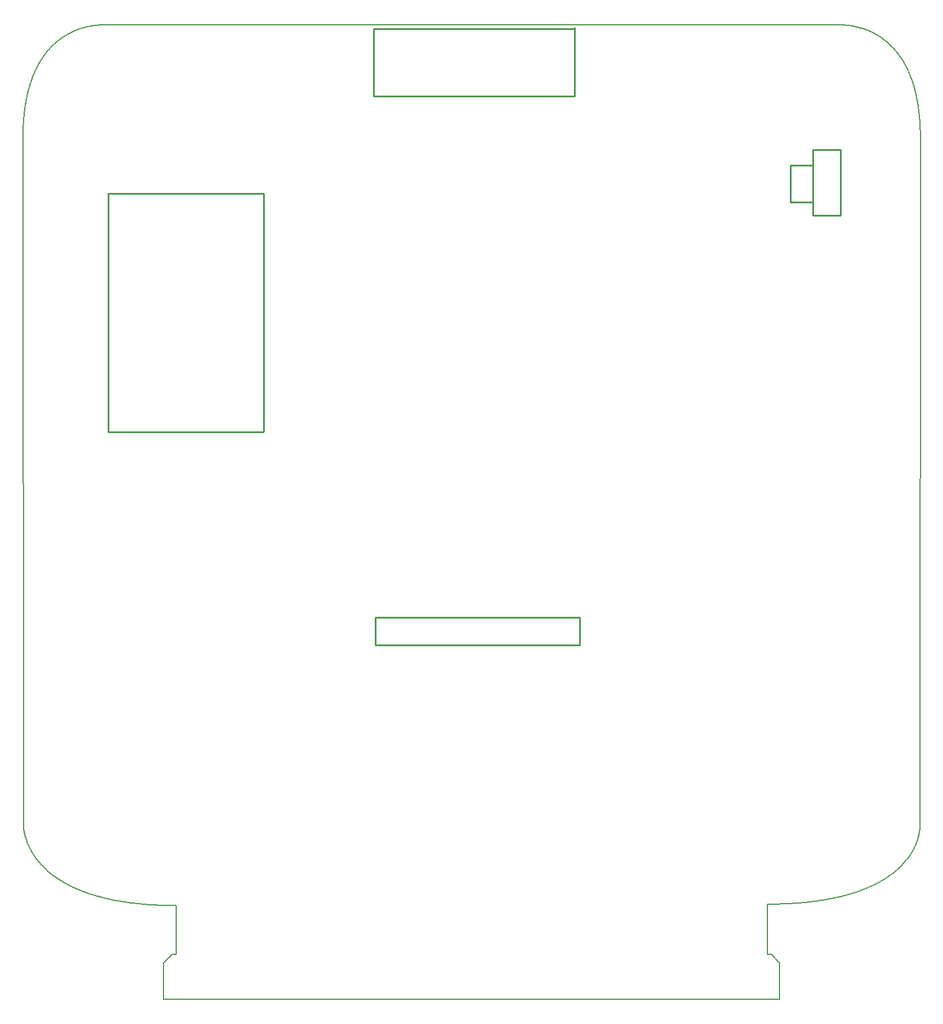
<source format=gko>
G04 Layer_Color=16720538*
%FSLAX25Y25*%
%MOIN*%
G70*
G01*
G75*
%ADD10C,0.00600*%
%ADD14C,0.01000*%
D10*
X106650Y183056D02*
G03*
X107075Y182445I34781J23749D01*
G01*
X106243Y183663D02*
G03*
X106650Y183056I34813J22885D01*
G01*
X105441Y184933D02*
G03*
X105854Y184267I34887J21147D01*
G01*
X105050Y185592D02*
G03*
X105441Y184933I34905J20261D01*
G01*
X104679Y186245D02*
G03*
X105050Y185592I34915J19398D01*
G01*
X104294Y186955D02*
G03*
X104679Y186245I34930J18483D01*
G01*
X103932Y187656D02*
G03*
X104294Y186955I34913J17581D01*
G01*
X103593Y188347D02*
G03*
X103932Y187656I34878J16702D01*
G01*
X103275Y189028D02*
G03*
X103593Y188347I34823J15843D01*
G01*
X102979Y189696D02*
G03*
X103275Y189028I34743J15003D01*
G01*
X100300Y200724D02*
G03*
X100300Y200719I4792J-1D01*
G01*
X604823Y649701D02*
G03*
X604287Y650308I-33327J-28900D01*
G01*
D02*
G03*
X603678Y650970I-32428J-29179D01*
G01*
Y650970D02*
G03*
X603065Y651611I-31478J-29522D01*
G01*
X603065Y651611D02*
G03*
X602377Y652299I-30550J-29855D01*
G01*
D02*
G03*
X601545Y653090I-29553J-30226D01*
G01*
X601545D02*
G03*
X600566Y653969I-28424J-30696D01*
G01*
X600566D02*
G03*
X591953Y659725I-26860J-30871D01*
G01*
X591953Y659725D02*
G03*
X589987Y660641I-18469J-37066D01*
G01*
X589987D02*
G03*
X588261Y661346I-16676J-38381D01*
G01*
D02*
G03*
X586573Y661951I-15105J-39492D01*
G01*
Y661951D02*
G03*
X580100Y663570I-13651J-40830D01*
G01*
X580100D02*
G03*
X579015Y663739I-7126J-42127D01*
G01*
X141342Y663842D02*
G03*
X140550Y663735I5352J-42464D01*
G01*
Y663735D02*
G03*
X136394Y662923I6245J-43019D01*
G01*
Y662923D02*
G03*
X134140Y662303I10346J-41996D01*
G01*
X134140D02*
G03*
X132466Y661755I12468J-40940D01*
G01*
X132466D02*
G03*
X130887Y661167I13998J-39979D01*
G01*
Y661167D02*
G03*
X129209Y660461I15415J-38984D01*
G01*
X129209D02*
G03*
X120326Y655057I16716J-37480D01*
G01*
X120326D02*
G03*
X118977Y653933I25868J-32414D01*
G01*
D02*
G03*
X117993Y653049I27496J-31611D01*
G01*
D02*
G03*
X117156Y652252I28776J-31047D01*
G01*
X117156D02*
G03*
X116465Y651560I29922J-30566D01*
G01*
D02*
G03*
X115849Y650915I30927J-30181D01*
G01*
D02*
G03*
X115305Y650324I31865J-29836D01*
G01*
X115305Y650324D02*
G03*
X114766Y649715I32748J-29551D01*
G01*
X186304Y126226D02*
X188613D01*
Y154467D01*
X187813Y154468D02*
X188613Y154467D01*
X187019Y154472D02*
X187813Y154468D01*
X186229Y154478D02*
X187019Y154472D01*
X185444Y154487D02*
X186229Y154478D01*
X184664Y154498D02*
X185444Y154487D01*
X183889Y154511D02*
X184664Y154498D01*
X183118Y154527D02*
X183889Y154511D01*
X182352Y154545D02*
X183118Y154527D01*
X181591Y154566D02*
X182352Y154545D01*
X180835Y154589D02*
X181591Y154566D01*
X180083Y154615D02*
X180835Y154589D01*
X179336Y154642D02*
X180083Y154615D01*
X178594Y154673D02*
X179336Y154642D01*
X177856Y154705D02*
X178594Y154673D01*
X177123Y154739D02*
X177856Y154705D01*
X176395Y154777D02*
X177123Y154739D01*
X175671Y154816D02*
X176395Y154777D01*
X174952Y154857D02*
X175671Y154816D01*
X174237Y154901D02*
X174952Y154857D01*
X173527Y154947D02*
X174237Y154901D01*
X172822Y154995D02*
X173527Y154947D01*
X172121Y155045D02*
X172822Y154995D01*
X171425Y155097D02*
X172121Y155045D01*
X170733Y155152D02*
X171425Y155097D01*
X170045Y155209D02*
X170733Y155152D01*
X169363Y155268D02*
X170045Y155209D01*
X168684Y155329D02*
X169363Y155268D01*
X168010Y155392D02*
X168684Y155329D01*
X167341Y155457D02*
X168010Y155392D01*
X166676Y155524D02*
X167341Y155457D01*
X166015Y155594D02*
X166676Y155524D01*
X165359Y155665D02*
X166015Y155594D01*
X164707Y155738D02*
X165359Y155665D01*
X164059Y155814D02*
X164707Y155738D01*
X163416Y155891D02*
X164059Y155814D01*
X162778Y155970D02*
X163416Y155891D01*
X160887Y156220D02*
X161513Y156134D01*
X160266Y156307D02*
X160887Y156220D01*
X159648Y156396D02*
X160266Y156307D01*
X159035Y156486D02*
X159648Y156396D01*
X158426Y156579D02*
X159035Y156486D01*
X157822Y156674D02*
X158426Y156579D01*
X157221Y156770D02*
X157822Y156674D01*
X156625Y156868D02*
X157221Y156770D01*
X156033Y156968D02*
X156625Y156868D01*
X155445Y157070D02*
X156033Y156968D01*
X154861Y157174D02*
X155445Y157070D01*
X154282Y157279D02*
X154861Y157174D01*
X153706Y157386D02*
X154282Y157279D01*
X153135Y157495D02*
X153706Y157386D01*
X152568Y157606D02*
X153135Y157495D01*
X152005Y157718D02*
X152568Y157606D01*
X151445Y157832D02*
X152005Y157718D01*
X150890Y157948D02*
X151445Y157832D01*
X150339Y158065D02*
X150890Y157948D01*
X149792Y158184D02*
X150339Y158065D01*
X149249Y158305D02*
X149792Y158184D01*
X148710Y158427D02*
X149249Y158305D01*
X148175Y158551D02*
X148710Y158427D01*
X147644Y158676D02*
X148175Y158551D01*
X147117Y158803D02*
X147644Y158676D01*
X146593Y158931D02*
X147117Y158803D01*
X146074Y159062D02*
X146593Y158931D01*
X145559Y159193D02*
X146074Y159062D01*
X145047Y159326D02*
X145559Y159193D01*
X144539Y159461D02*
X145047Y159326D01*
X144035Y159597D02*
X144539Y159461D01*
X143535Y159734D02*
X144035Y159597D01*
X143039Y159873D02*
X143535Y159734D01*
X142547Y160014D02*
X143039Y159873D01*
X142058Y160155D02*
X142547Y160014D01*
X141574Y160299D02*
X142058Y160155D01*
X141093Y160443D02*
X141574Y160299D01*
X162143Y156051D02*
X162778Y155970D01*
X161513Y156134D02*
X162143Y156051D01*
X181443Y100300D02*
X538094D01*
X530975Y126204D02*
Y155279D01*
Y126204D02*
X533283D01*
X538144Y121136D01*
X530974Y155279D02*
X531774Y155280D01*
X532568Y155284D01*
X533358Y155290D01*
X534143Y155298D01*
X534923Y155309D01*
X535699Y155322D01*
X536469Y155337D01*
X537235Y155355D01*
X537996Y155375D01*
X538753Y155397D01*
X539504Y155421D01*
X540251Y155448D01*
X540994Y155477D01*
X541731Y155508D01*
X542464Y155541D01*
X543193Y155577D01*
X543916Y155615D01*
X544636Y155655D01*
X545350Y155696D01*
X546060Y155741D01*
X546766Y155787D01*
X547467Y155835D01*
X548163Y155886D01*
X548855Y155938D01*
X549542Y155993D01*
X550225Y156050D01*
X550903Y156108D01*
X551577Y156169D01*
X552247Y156232D01*
X552912Y156296D01*
X553572Y156363D01*
X554229Y156431D01*
X554881Y156502D01*
X555528Y156574D01*
X556171Y156649D01*
X556810Y156725D01*
X557444Y156803D01*
X558075Y156883D01*
X558701Y156965D01*
X181443Y100300D02*
Y121133D01*
X186304Y126226D01*
X538144Y100300D02*
Y121136D01*
X558701Y156965D02*
X559322Y157049D01*
X559939Y157135D01*
X560553Y157222D01*
X561161Y157311D01*
X561766Y157402D01*
X562366Y157495D01*
X562963Y157589D01*
X563555Y157685D01*
X564143Y157783D01*
X564726Y157883D01*
X565306Y157984D01*
X565881Y158088D01*
X566453Y158192D01*
X567020Y158299D01*
X567583Y158407D01*
X568142Y158516D01*
X568698Y158628D01*
X569249Y158740D01*
X569796Y158855D01*
X570339Y158971D01*
X570878Y159089D01*
X571413Y159207D01*
X571944Y159328D01*
X572471Y159450D01*
X572995Y159574D01*
X573514Y159699D01*
X574029Y159826D01*
X574541Y159954D01*
X575049Y160083D01*
X575553Y160214D01*
X576053Y160346D01*
X576549Y160480D01*
X577041Y160615D01*
X577530Y160751D01*
X578015Y160889D01*
X578496Y161028D01*
X578973Y161169D01*
X579446Y161311D01*
X579916Y161454D01*
X580382Y161598D01*
X580845Y161744D01*
X581303Y161890D01*
X581758Y162039D01*
X582210Y162188D01*
X582658Y162338D01*
X583102Y162490D01*
X583542Y162643D01*
X583980Y162797D01*
X584413Y162952D01*
X584843Y163109D01*
X585269Y163266D01*
X585692Y163425D01*
X586111Y163584D01*
X586527Y163745D01*
X586939Y163907D01*
X587348Y164070D01*
X587753Y164233D01*
X588155Y164398D01*
X588554Y164564D01*
X588949Y164731D01*
X589340Y164899D01*
X589728Y165068D01*
X590113Y165238D01*
X590495Y165408D01*
X590873Y165580D01*
X591248Y165752D01*
X591620Y165926D01*
X591988Y166100D01*
X592353Y166275D01*
X592715Y166451D01*
X593073Y166628D01*
X593428Y166806D01*
X593897Y167044D01*
X594360Y167283D01*
X594817Y167524D01*
X595269Y167767D01*
X595715Y168010D01*
X596155Y168255D01*
X596590Y168501D01*
X597020Y168748D01*
X597444Y168996D01*
X597862Y169246D01*
X598276Y169496D01*
X598684Y169748D01*
X599086Y170000D01*
X599483Y170254D01*
X599875Y170509D01*
X600262Y170764D01*
X600644Y171020D01*
X601021Y171277D01*
X601392Y171535D01*
X601758Y171794D01*
X602120Y172054D01*
X602476Y172314D01*
X602828Y172575D01*
X603174Y172836D01*
X603515Y173098D01*
X603852Y173361D01*
X604184Y173624D01*
X604592Y173954D01*
X604993Y174285D01*
X605386Y174616D01*
X605772Y174948D01*
X606151Y175280D01*
X606523Y175612D01*
X606887Y175945D01*
X607245Y176279D01*
X607596Y176613D01*
X607939Y176946D01*
X608277Y177280D01*
X608607Y177614D01*
X608994Y178015D01*
X609372Y178416D01*
X609741Y178816D01*
X610101Y179216D01*
X610451Y179616D01*
X610792Y180015D01*
X611124Y180413D01*
X611501Y180877D01*
X611866Y181339D01*
X612219Y181800D01*
X612561Y182259D01*
X612892Y182716D01*
X613257Y183236D01*
X613607Y183753D01*
X613943Y184267D01*
X614266Y184778D01*
X614614Y185347D01*
X614945Y185912D01*
X615260Y186471D01*
X615560Y187024D01*
X615844Y187571D01*
X616114Y188111D01*
X616369Y188644D01*
X616610Y189169D01*
X616837Y189687D01*
X617051Y190196D01*
X617252Y190697D01*
X617421Y191134D01*
X617580Y191564D01*
X617730Y191987D01*
X617870Y192401D01*
X617986Y192757D01*
X618095Y193106D01*
X618199Y193449D01*
X618282Y193737D01*
X618361Y194020D01*
X618436Y194298D01*
X618507Y194571D01*
X618563Y194793D01*
X618616Y195012D01*
X618667Y195227D01*
X618714Y195438D01*
X618760Y195645D01*
X618794Y195808D01*
X618827Y195967D01*
X618859Y196124D01*
X618889Y196279D01*
X618918Y196430D01*
X618945Y196579D01*
X618971Y196725D01*
X618989Y196832D01*
X619007Y196938D01*
X619024Y197042D01*
X619040Y197145D01*
X619056Y197246D01*
X619071Y197345D01*
X619085Y197442D01*
X619099Y197538D01*
X619112Y197632D01*
X619125Y197724D01*
X619136Y197814D01*
X619148Y197903D01*
X619155Y197961D01*
X619162Y198018D01*
X619169Y198074D01*
X619175Y198130D01*
X619181Y198185D01*
X619187Y198239D01*
X619193Y198292D01*
X619199Y198344D01*
X619204Y198396D01*
X619209Y198446D01*
X619214Y198496D01*
X619219Y198545D01*
X619223Y198593D01*
X619228Y198641D01*
X619232Y198687D01*
X619236Y198732D01*
X619239Y198777D01*
X619243Y198821D01*
X619246Y198864D01*
X619249Y198906D01*
X619253Y198947D01*
X619255Y198987D01*
X619258Y199026D01*
X619261Y199065D01*
X619262Y199084D01*
X619263Y199102D01*
X619264Y199121D01*
X619266Y199139D01*
X619267Y199157D01*
X619268Y199175D01*
X619269Y199192D01*
X619270Y199209D01*
X619271Y199227D01*
X619272Y199243D01*
X619273Y199260D01*
X619273Y199276D01*
X619274Y199293D01*
X619275Y199308D01*
X619276Y199324D01*
X619277Y199339D01*
X619277Y199355D01*
X619278Y199370D01*
X619278Y199384D01*
X619279Y199399D01*
X619280Y199413D01*
X619280Y199427D01*
X619281Y199441D01*
X619281Y199454D01*
X619282Y199468D01*
X619282Y199481D01*
X619283Y199494D01*
X619283Y199506D01*
X619284Y199518D01*
X619284Y199530D01*
X619284Y199542D01*
X619285Y199554D01*
X619285Y199565D01*
X619285Y199576D01*
X619286Y199587D01*
X619286Y199598D01*
X619286Y199608D01*
X619286Y199618D01*
X619287Y199628D01*
X619287Y199638D01*
X619287Y199647D01*
X619287Y199656D01*
X619287Y199665D01*
X619288Y199674D01*
X619288Y199682D01*
X619288Y199691D01*
X619288Y199699D01*
X619288Y199706D01*
X619288Y199714D01*
X619288Y199721D01*
X619288Y199728D01*
X619288Y199734D01*
X619288Y199741D01*
X619288Y199747D01*
X619288Y199753D01*
X619288Y199758D01*
X619288Y199764D01*
X619289Y199769D01*
X619289Y199774D01*
Y199778D01*
Y199783D01*
X619289Y199787D02*
X619289Y199783D01*
X619288Y199791D02*
X619289Y199787D01*
X619288Y199794D02*
X619288Y199791D01*
X619288Y199797D02*
X619288Y199794D01*
X619288Y199800D02*
X619288Y199797D01*
X619288Y199803D02*
X619288Y199800D01*
X619288Y199806D02*
X619288Y199803D01*
X619288Y199808D02*
X619288Y199806D01*
X619288Y199810D02*
X619288Y199808D01*
X619288Y199812D02*
X619288Y199810D01*
X619288Y199813D02*
X619288Y199812D01*
X619288Y199814D02*
X619288Y199813D01*
X619288Y199815D02*
X619288Y199814D01*
X619288Y199816D02*
X619288Y199815D01*
X619288Y199816D02*
X619288Y199816D01*
X111581Y177060D02*
X111993Y176643D01*
X111179Y177476D02*
X111581Y177060D01*
X110787Y177893D02*
X111179Y177476D01*
X110404Y178310D02*
X110787Y177893D01*
X109969Y178795D02*
X110404Y178310D01*
X109547Y179281D02*
X109969Y178795D01*
X109138Y179765D02*
X109547Y179281D01*
X108740Y180249D02*
X109138Y179765D01*
X108301Y180801D02*
X108740Y180249D01*
X107877Y181351D02*
X108301Y180801D01*
X107469Y181899D02*
X107877Y181351D01*
X107075Y182445D02*
X107469Y181899D01*
X105854Y184267D02*
X106243Y183663D01*
X102727Y190294D02*
X102979Y189696D01*
X102492Y190880D02*
X102727Y190294D01*
X102272Y191456D02*
X102492Y190880D01*
X102087Y191963D02*
X102272Y191456D01*
X101914Y192461D02*
X102087Y191963D01*
X101770Y192895D02*
X101914Y192461D01*
X101635Y193321D02*
X101770Y192895D01*
X101508Y193737D02*
X101635Y193321D01*
X101404Y194094D02*
X101508Y193737D01*
X101306Y194444D02*
X101404Y194094D01*
X101227Y194739D02*
X101306Y194444D01*
X101152Y195027D02*
X101227Y194739D01*
X101082Y195311D02*
X101152Y195027D01*
X101015Y195588D02*
X101082Y195311D01*
X100962Y195815D02*
X101015Y195588D01*
X100912Y196038D02*
X100962Y195815D01*
X100865Y196256D02*
X100912Y196038D01*
X100820Y196470D02*
X100865Y196256D01*
X100786Y196638D02*
X100820Y196470D01*
X100753Y196804D02*
X100786Y196638D01*
X100722Y196966D02*
X100753Y196804D01*
X100692Y197126D02*
X100722Y196966D01*
X100664Y197283D02*
X100692Y197126D01*
X100637Y197437D02*
X100664Y197283D01*
X100612Y197588D02*
X100637Y197437D01*
X100593Y197699D02*
X100612Y197588D01*
X100576Y197808D02*
X100593Y197699D01*
X100559Y197916D02*
X100576Y197808D01*
X100543Y198022D02*
X100559Y197916D01*
X100527Y198126D02*
X100543Y198022D01*
X100513Y198228D02*
X100527Y198126D01*
X100498Y198329D02*
X100513Y198228D01*
X100485Y198428D02*
X100498Y198329D01*
X100472Y198525D02*
X100485Y198428D01*
X100460Y198620D02*
X100472Y198525D01*
X100448Y198713D02*
X100460Y198620D01*
X100437Y198805D02*
X100448Y198713D01*
X100430Y198865D02*
X100437Y198805D01*
X100423Y198924D02*
X100430Y198865D01*
X100417Y198982D02*
X100423Y198924D01*
X100410Y199039D02*
X100417Y198982D01*
X100404Y199096D02*
X100410Y199039D01*
X100398Y199152D02*
X100404Y199096D01*
X100393Y199206D02*
X100398Y199152D01*
X100387Y199260D02*
X100393Y199206D01*
X100382Y199314D02*
X100387Y199260D01*
X100377Y199366D02*
X100382Y199314D01*
X100372Y199417D02*
X100377Y199366D01*
X100367Y199468D02*
X100372Y199417D01*
X100363Y199517D02*
X100367Y199468D01*
X100359Y199566D02*
X100363Y199517D01*
X100355Y199614D02*
X100359Y199566D01*
X100351Y199660D02*
X100355Y199614D01*
X100347Y199706D02*
X100351Y199660D01*
X100344Y199751D02*
X100347Y199706D01*
X100341Y199796D02*
X100344Y199751D01*
X100338Y199839D02*
X100341Y199796D01*
X100335Y199881D02*
X100338Y199839D01*
X100332Y199922D02*
X100335Y199881D01*
X100329Y199963D02*
X100332Y199922D01*
X100327Y200002D02*
X100329Y199963D01*
X100325Y200022D02*
X100327Y200002D01*
X100324Y200041D02*
X100325Y200022D01*
X100323Y200060D02*
X100324Y200041D01*
X100322Y200078D02*
X100323Y200060D01*
X100321Y200097D02*
X100322Y200078D01*
X100320Y200115D02*
X100321Y200097D01*
X100319Y200133D02*
X100320Y200115D01*
X100318Y200151D02*
X100319Y200133D01*
X100317Y200168D02*
X100318Y200151D01*
X100316Y200185D02*
X100317Y200168D01*
X100315Y200202D02*
X100316Y200185D01*
X100314Y200219D02*
X100315Y200202D01*
X100314Y200236D02*
X100314Y200219D01*
X100313Y200252D02*
X100314Y200236D01*
X100312Y200268D02*
X100313Y200252D01*
X100311Y200284D02*
X100312Y200268D01*
X100311Y200299D02*
X100311Y200284D01*
X100310Y200315D02*
X100311Y200299D01*
X100309Y200330D02*
X100310Y200315D01*
X100309Y200345D02*
X100309Y200330D01*
X100308Y200359D02*
X100309Y200345D01*
X100308Y200374D02*
X100308Y200359D01*
X100307Y200388D02*
X100308Y200374D01*
X100307Y200401D02*
X100307Y200388D01*
X100306Y200415D02*
X100307Y200401D01*
X100306Y200428D02*
X100306Y200415D01*
X100305Y200441D02*
X100306Y200428D01*
X100305Y200454D02*
X100305Y200441D01*
X100304Y200467D02*
X100305Y200454D01*
X100304Y200479D02*
X100304Y200467D01*
X100304Y200491D02*
X100304Y200479D01*
X100303Y200503D02*
X100304Y200491D01*
X100303Y200515D02*
X100303Y200503D01*
X100303Y200526D02*
X100303Y200515D01*
X100303Y200537D02*
X100303Y200526D01*
X100302Y200548D02*
X100303Y200537D01*
X100302Y200558D02*
X100302Y200548D01*
X100302Y200568D02*
X100302Y200558D01*
X100302Y200578D02*
X100302Y200568D01*
X100301Y200588D02*
X100302Y200578D01*
X100301Y200598D02*
X100301Y200588D01*
X100301Y200607D02*
X100301Y200598D01*
X100301Y200616D02*
X100301Y200607D01*
X100301Y200625D02*
X100301Y200616D01*
X100301Y200633D02*
X100301Y200625D01*
X100301Y200641D02*
X100301Y200633D01*
X100301Y200649D02*
X100301Y200641D01*
X100300Y200657D02*
X100301Y200649D01*
X100300Y200664D02*
X100300Y200657D01*
X100300Y200672D02*
X100300Y200664D01*
X100300Y200678D02*
X100300Y200672D01*
X100300Y200685D02*
X100300Y200678D01*
X100300Y200692D02*
X100300Y200685D01*
X100300Y200698D02*
X100300Y200692D01*
X100300Y200704D02*
X100300Y200698D01*
X100300Y200709D02*
X100300Y200704D01*
X100300Y200714D02*
X100300Y200709D01*
X100300Y200719D02*
X100300Y200714D01*
X100300Y200724D02*
Y200729D01*
X100300Y200733D01*
X100300Y200737D01*
X100300Y200741D01*
X100300Y200744D01*
X100300Y200747D01*
X100300Y200750D01*
X100300Y200753D01*
X100300Y200755D01*
X100300Y200757D01*
X100300Y200759D01*
X100300Y200760D01*
X100300Y200762D01*
X100300Y200763D01*
X100300Y200763D01*
X100300Y200764D01*
X140615Y160589D02*
X141093Y160443D01*
X140142Y160737D02*
X140615Y160589D01*
X139672Y160885D02*
X140142Y160737D01*
X139206Y161036D02*
X139672Y160885D01*
X138743Y161187D02*
X139206Y161036D01*
X138285Y161339D02*
X138743Y161187D01*
X137829Y161493D02*
X138285Y161339D01*
X137378Y161649D02*
X137829Y161493D01*
X136930Y161805D02*
X137378Y161649D01*
X136486Y161963D02*
X136930Y161805D01*
X136046Y162122D02*
X136486Y161963D01*
X135608Y162282D02*
X136046Y162122D01*
X135175Y162443D02*
X135608Y162282D01*
X134745Y162606D02*
X135175Y162443D01*
X134319Y162769D02*
X134745Y162606D01*
X133896Y162934D02*
X134319Y162769D01*
X133477Y163100D02*
X133896Y162934D01*
X133061Y163267D02*
X133477Y163100D01*
X132649Y163435D02*
X133061Y163267D01*
X132240Y163605D02*
X132649Y163435D01*
X131835Y163775D02*
X132240Y163605D01*
X131433Y163946D02*
X131835Y163775D01*
X131035Y164119D02*
X131433Y163946D01*
X130640Y164292D02*
X131035Y164119D01*
X130248Y164467D02*
X130640Y164292D01*
X129860Y164642D02*
X130248Y164467D01*
X129475Y164819D02*
X129860Y164642D01*
X129093Y164996D02*
X129475Y164819D01*
X128590Y165234D02*
X129093Y164996D01*
X128092Y165474D02*
X128590Y165234D01*
X127600Y165716D02*
X128092Y165474D01*
X127114Y165958D02*
X127600Y165716D01*
X126634Y166203D02*
X127114Y165958D01*
X126160Y166449D02*
X126634Y166203D01*
X125691Y166697D02*
X126160Y166449D01*
X125228Y166946D02*
X125691Y166697D01*
X124771Y167196D02*
X125228Y166946D01*
X124320Y167448D02*
X124771Y167196D01*
X123873Y167701D02*
X124320Y167448D01*
X123433Y167955D02*
X123873Y167701D01*
X122998Y168211D02*
X123433Y167955D01*
X122569Y168468D02*
X122998Y168211D01*
X122144Y168726D02*
X122569Y168468D01*
X121726Y168985D02*
X122144Y168726D01*
X121313Y169246D02*
X121726Y168985D01*
X120905Y169507D02*
X121313Y169246D01*
X120502Y169770D02*
X120905Y169507D01*
X120105Y170033D02*
X120502Y169770D01*
X119713Y170298D02*
X120105Y170033D01*
X119326Y170564D02*
X119713Y170298D01*
X118944Y170830D02*
X119326Y170564D01*
X118568Y171097D02*
X118944Y170830D01*
X118196Y171365D02*
X118568Y171097D01*
X117830Y171634D02*
X118196Y171365D01*
X117379Y171972D02*
X117830Y171634D01*
X116936Y172310D02*
X117379Y171972D01*
X116500Y172650D02*
X116936Y172310D01*
X116073Y172990D02*
X116500Y172650D01*
X115653Y173332D02*
X116073Y172990D01*
X115240Y173674D02*
X115653Y173332D01*
X114835Y174017D02*
X115240Y173674D01*
X114437Y174361D02*
X114835Y174017D01*
X114047Y174705D02*
X114437Y174361D01*
X113664Y175050D02*
X114047Y174705D01*
X113288Y175396D02*
X113664Y175050D01*
X112846Y175811D02*
X113288Y175396D01*
X112414Y176227D02*
X112846Y175811D01*
X111993Y176643D02*
X112414Y176227D01*
X99976Y599546D02*
X100300Y200820D01*
X619288Y199816D02*
X619575Y599949D01*
X148000Y664096D02*
X571882D01*
X619569Y600568D02*
X619575Y599949D01*
X619560Y601183D02*
X619569Y600568D01*
X619549Y601793D02*
X619560Y601183D01*
X619534Y602400D02*
X619549Y601793D01*
X619518Y603003D02*
X619534Y602400D01*
X619499Y603602D02*
X619518Y603003D01*
X619478Y604197D02*
X619499Y603602D01*
X619454Y604788D02*
X619478Y604197D01*
X619428Y605375D02*
X619454Y604788D01*
X619399Y605958D02*
X619428Y605375D01*
X619368Y606538D02*
X619399Y605958D01*
X619335Y607113D02*
X619368Y606538D01*
X619299Y607685D02*
X619335Y607113D01*
X619261Y608253D02*
X619299Y607685D01*
X619221Y608817D02*
X619261Y608253D01*
X619178Y609377D02*
X619221Y608817D01*
X619133Y609934D02*
X619178Y609377D01*
X619086Y610487D02*
X619133Y609934D01*
X619036Y611036D02*
X619086Y610487D01*
X618984Y611581D02*
X619036Y611036D01*
X618930Y612123D02*
X618984Y611581D01*
X618874Y612661D02*
X618930Y612123D01*
X618816Y613195D02*
X618874Y612661D01*
X618755Y613725D02*
X618816Y613195D01*
X618692Y614252D02*
X618755Y613725D01*
X618627Y614775D02*
X618692Y614252D01*
X618560Y615294D02*
X618627Y614775D01*
X618491Y615810D02*
X618560Y615294D01*
X618419Y616322D02*
X618491Y615810D01*
X618346Y616831D02*
X618419Y616322D01*
X618270Y617336D02*
X618346Y616831D01*
X618193Y617837D02*
X618270Y617336D01*
X618113Y618335D02*
X618193Y617837D01*
X618032Y618829D02*
X618113Y618335D01*
X617948Y619320D02*
X618032Y618829D01*
X617862Y619807D02*
X617948Y619320D01*
X617774Y620291D02*
X617862Y619807D01*
X617685Y620771D02*
X617774Y620291D01*
X617593Y621247D02*
X617685Y620771D01*
X617499Y621720D02*
X617593Y621247D01*
X617404Y622190D02*
X617499Y621720D01*
X617307Y622656D02*
X617404Y622190D01*
X617207Y623119D02*
X617307Y622656D01*
X617106Y623578D02*
X617207Y623119D01*
X617003Y624034D02*
X617106Y623578D01*
X616898Y624486D02*
X617003Y624034D01*
X616791Y624935D02*
X616898Y624486D01*
X616683Y625381D02*
X616791Y624935D01*
X616572Y625823D02*
X616683Y625381D01*
X616460Y626262D02*
X616572Y625823D01*
X616346Y626697D02*
X616460Y626262D01*
X616230Y627130D02*
X616346Y626697D01*
X616113Y627559D02*
X616230Y627130D01*
X615994Y627984D02*
X616113Y627559D01*
X615873Y628406D02*
X615994Y627984D01*
X615751Y628826D02*
X615873Y628406D01*
X615626Y629241D02*
X615751Y628826D01*
X615500Y629654D02*
X615626Y629241D01*
X615244Y630469D02*
X615373Y630063D01*
X615113Y630872D02*
X615244Y630469D01*
X614981Y631271D02*
X615113Y630872D01*
X614847Y631668D02*
X614981Y631271D01*
X614711Y632061D02*
X614847Y631668D01*
X614574Y632451D02*
X614711Y632061D01*
X614435Y632837D02*
X614574Y632451D01*
X614295Y633221D02*
X614435Y632837D01*
X614153Y633602D02*
X614295Y633221D01*
X614010Y633979D02*
X614153Y633602D01*
X613817Y634478D02*
X614010Y633979D01*
X613621Y634971D02*
X613817Y634478D01*
X613423Y635458D02*
X613621Y634971D01*
X613222Y635940D02*
X613423Y635458D01*
X613019Y636417D02*
X613222Y635940D01*
X612813Y636888D02*
X613019Y636417D01*
X612605Y637354D02*
X612813Y636888D01*
X612181Y638270D02*
X612394Y637814D01*
X611966Y638720D02*
X612181Y638270D01*
X611748Y639165D02*
X611966Y638720D01*
X611529Y639604D02*
X611748Y639165D01*
X611307Y640039D02*
X611529Y639604D01*
X611083Y640468D02*
X611307Y640039D01*
X610857Y640893D02*
X611083Y640468D01*
X610628Y641312D02*
X610857Y640893D01*
X610398Y641726D02*
X610628Y641312D01*
X610166Y642135D02*
X610398Y641726D01*
X609873Y642640D02*
X610166Y642135D01*
X609577Y643136D02*
X609873Y642640D01*
X609277Y643625D02*
X609577Y643136D01*
X608976Y644107D02*
X609277Y643625D01*
X608671Y644581D02*
X608976Y644107D01*
X608363Y645047D02*
X608671Y644581D01*
X608053Y645506D02*
X608363Y645047D01*
X607741Y645958D02*
X608053Y645506D01*
X607362Y646490D02*
X607741Y645958D01*
X606980Y647012D02*
X607362Y646490D01*
X606595Y647524D02*
X606980Y647012D01*
X606206Y648025D02*
X606595Y647524D01*
X605749Y648597D02*
X606206Y648025D01*
X605288Y649156D02*
X605749Y648597D01*
X604823Y649701D02*
X605288Y649156D01*
X578342Y663829D02*
X579015Y663739D01*
X577792Y663895D02*
X578342Y663829D01*
X577357Y663942D02*
X577792Y663895D01*
X576981Y663979D02*
X577357Y663942D01*
X576661Y664007D02*
X576981Y663979D01*
X576393Y664029D02*
X576661Y664007D01*
X576132Y664049D02*
X576393Y664029D01*
X575920Y664063D02*
X576132Y664049D01*
X575712Y664077D02*
X575920Y664063D01*
X575508Y664088D02*
X575712Y664077D01*
X575349Y664097D02*
X575508Y664088D01*
X575193Y664105D02*
X575349Y664097D01*
X575040Y664111D02*
X575193Y664105D01*
X574890Y664117D02*
X575040Y664111D01*
X574743Y664123D02*
X574890Y664117D01*
X574635Y664126D02*
X574743Y664123D01*
X574529Y664130D02*
X574635Y664126D01*
X574425Y664132D02*
X574529Y664130D01*
X574322Y664135D02*
X574425Y664132D01*
X574222Y664137D02*
X574322Y664135D01*
X574123Y664139D02*
X574222Y664137D01*
X574026Y664141D02*
X574123Y664139D01*
X573932Y664142D02*
X574026Y664141D01*
X573839Y664143D02*
X573932Y664142D01*
X573748Y664143D02*
X573839Y664143D01*
X573688Y664143D02*
X573748Y664143D01*
X573629Y664144D02*
X573688Y664143D01*
X573571Y664144D02*
X573629Y664144D01*
X573515Y664144D02*
X573571Y664144D01*
X573459Y664143D02*
X573515Y664144D01*
X573403Y664143D02*
X573459Y664143D01*
X573349Y664143D02*
X573403Y664143D01*
X573296Y664142D02*
X573349Y664143D01*
X573243Y664142D02*
X573296Y664142D01*
X573192Y664141D02*
X573243Y664142D01*
X573141Y664140D02*
X573192Y664141D01*
X573092Y664140D02*
X573141Y664140D01*
X573043Y664139D02*
X573092Y664140D01*
X572995Y664138D02*
X573043Y664139D01*
X572948Y664137D02*
X572995Y664138D01*
X572902Y664136D02*
X572948Y664137D01*
X572857Y664135D02*
X572902Y664136D01*
X572813Y664134D02*
X572857Y664135D01*
X572770Y664132D02*
X572813Y664134D01*
X572728Y664131D02*
X572770Y664132D01*
X572687Y664130D02*
X572728Y664131D01*
X572647Y664128D02*
X572687Y664130D01*
X572627Y664128D02*
X572647Y664128D01*
X572607Y664127D02*
X572627Y664128D01*
X572588Y664126D02*
X572607Y664127D01*
X572569Y664126D02*
X572588Y664126D01*
X572550Y664125D02*
X572569Y664126D01*
X572532Y664124D02*
X572550Y664125D01*
X572514Y664124D02*
X572532Y664124D01*
X572496Y664123D02*
X572514Y664124D01*
X572478Y664122D02*
X572496Y664123D01*
X572460Y664121D02*
X572478Y664122D01*
X572443Y664121D02*
X572460Y664121D01*
X572426Y664120D02*
X572443Y664121D01*
X572409Y664119D02*
X572426Y664120D01*
X572393Y664118D02*
X572409Y664119D01*
X572376Y664118D02*
X572393Y664118D01*
X572361Y664117D02*
X572376Y664118D01*
X572345Y664116D02*
X572361Y664117D01*
X572329Y664115D02*
X572345Y664116D01*
X572314Y664115D02*
X572329Y664115D01*
X572299Y664114D02*
X572314Y664115D01*
X572284Y664113D02*
X572299Y664114D01*
X572270Y664112D02*
X572284Y664113D01*
X572256Y664112D02*
X572270Y664112D01*
X572241Y664111D02*
X572256Y664112D01*
X572228Y664110D02*
X572241Y664111D01*
X572214Y664109D02*
X572228Y664110D01*
X572201Y664109D02*
X572214Y664109D01*
X572188Y664108D02*
X572201Y664109D01*
X572176Y664107D02*
X572188Y664108D01*
X572163Y664106D02*
X572176Y664107D01*
X572151Y664106D02*
X572163Y664106D01*
X572139Y664105D02*
X572151Y664106D01*
X572127Y664104D02*
X572139Y664105D01*
X572116Y664104D02*
X572127Y664104D01*
X572105Y664103D02*
X572116Y664104D01*
X572094Y664102D02*
X572105Y664103D01*
X572083Y664102D02*
X572094Y664102D01*
X572073Y664101D02*
X572083Y664102D01*
X572063Y664100D02*
X572073Y664101D01*
X572053Y664100D02*
X572063Y664100D01*
X572044Y664099D02*
X572053Y664100D01*
X572034Y664098D02*
X572044Y664099D01*
X572025Y664098D02*
X572034Y664098D01*
X572017Y664097D02*
X572025Y664098D01*
X572008Y664096D02*
X572017Y664097D01*
X572000Y664096D02*
X572008Y664096D01*
X571992Y664095D02*
X572000Y664096D01*
X571984Y664095D02*
X571992Y664095D01*
X571977Y664094D02*
X571984Y664095D01*
X571970Y664094D02*
X571977Y664094D01*
X571963Y664093D02*
X571970Y664094D01*
X571956Y664093D02*
X571963Y664093D01*
X571950Y664092D02*
X571956Y664093D01*
X571944Y664092D02*
X571950Y664092D01*
X571939Y664091D02*
X571944Y664092D01*
X571933Y664091D02*
X571939Y664091D01*
X571928Y664090D02*
X571933Y664091D01*
X571923Y664090D02*
X571928Y664090D01*
X571918Y664090D02*
X571923Y664090D01*
X571914Y664089D02*
X571918Y664090D01*
X571910Y664089D02*
X571914Y664089D01*
X571906Y664089D02*
X571910Y664089D01*
X571902Y664088D02*
X571906Y664089D01*
X571899Y664088D02*
X571902Y664088D01*
X571896Y664088D02*
X571899Y664088D01*
X571894Y664087D02*
X571896Y664088D01*
X571891Y664087D02*
X571894Y664087D01*
X571889Y664087D02*
X571891Y664087D01*
X571887Y664087D02*
X571889Y664087D01*
X571885Y664087D02*
X571887Y664087D01*
X571884Y664087D02*
X571885Y664087D01*
X571883Y664087D02*
X571884Y664087D01*
X571882Y664086D02*
X571883Y664087D01*
X571882Y664086D02*
X571882Y664086D01*
X148000Y664096D02*
X148000Y664096D01*
X147999Y664096D02*
X148000Y664096D01*
X147999Y664096D02*
X147999Y664096D01*
X147998Y664096D02*
X147999Y664096D01*
X147996Y664096D02*
X147998Y664096D01*
X147995Y664096D02*
X147996Y664096D01*
X147993Y664096D02*
X147995Y664096D01*
X147991Y664097D02*
X147993Y664096D01*
X147988Y664097D02*
X147991Y664097D01*
X147986Y664097D02*
X147988Y664097D01*
X147983Y664097D02*
X147986Y664097D01*
X147979Y664098D02*
X147983Y664097D01*
X147976Y664098D02*
X147979Y664098D01*
X147972Y664098D02*
X147976Y664098D01*
X147968Y664099D02*
X147972Y664098D01*
X147964Y664099D02*
X147968Y664099D01*
X147959Y664099D02*
X147964Y664099D01*
X147954Y664100D02*
X147959Y664099D01*
X147949Y664100D02*
X147954Y664100D01*
X147943Y664101D02*
X147949Y664100D01*
X147937Y664101D02*
X147943Y664101D01*
X147931Y664102D02*
X147937Y664101D01*
X147925Y664102D02*
X147931Y664102D01*
X147918Y664103D02*
X147925Y664102D01*
X147911Y664103D02*
X147918Y664103D01*
X147904Y664104D02*
X147911Y664103D01*
X147897Y664104D02*
X147904Y664104D01*
X147889Y664105D02*
X147897Y664104D01*
X147881Y664106D02*
X147889Y664105D01*
X147873Y664106D02*
X147881Y664106D01*
X147864Y664107D02*
X147873Y664106D01*
X147856Y664108D02*
X147864Y664107D01*
X147847Y664108D02*
X147856Y664108D01*
X147837Y664109D02*
X147847Y664108D01*
X147828Y664110D02*
X147837Y664109D01*
X147818Y664110D02*
X147828Y664110D01*
X147808Y664111D02*
X147818Y664110D01*
X147797Y664112D02*
X147808Y664111D01*
X147787Y664112D02*
X147797Y664112D01*
X147776Y664113D02*
X147787Y664112D01*
X147764Y664114D02*
X147776Y664113D01*
X147753Y664115D02*
X147764Y664114D01*
X147741Y664115D02*
X147753Y664115D01*
X147729Y664116D02*
X147741Y664115D01*
X147717Y664117D02*
X147729Y664116D01*
X147705Y664118D02*
X147717Y664117D01*
X147692Y664118D02*
X147705Y664118D01*
X147679Y664119D02*
X147692Y664118D01*
X147665Y664120D02*
X147679Y664119D01*
X147652Y664121D02*
X147665Y664120D01*
X147638Y664121D02*
X147652Y664121D01*
X147624Y664122D02*
X147638Y664121D01*
X147610Y664123D02*
X147624Y664122D01*
X147595Y664124D02*
X147610Y664123D01*
X147580Y664125D02*
X147595Y664124D01*
X147565Y664126D02*
X147580Y664125D01*
X147550Y664126D02*
X147565Y664126D01*
X147534Y664127D02*
X147550Y664126D01*
X147518Y664128D02*
X147534Y664127D01*
X147502Y664129D02*
X147518Y664128D01*
X147486Y664130D02*
X147502Y664129D01*
X147469Y664130D02*
X147486Y664130D01*
X147452Y664131D02*
X147469Y664130D01*
X147435Y664132D02*
X147452Y664131D01*
X147418Y664133D02*
X147435Y664132D01*
X147400Y664134D02*
X147418Y664133D01*
X147382Y664135D02*
X147400Y664134D01*
X147364Y664135D02*
X147382Y664135D01*
X147346Y664136D02*
X147364Y664135D01*
X147327Y664137D02*
X147346Y664136D01*
X147308Y664138D02*
X147327Y664137D01*
X147289Y664138D02*
X147308Y664138D01*
X147270Y664139D02*
X147289Y664138D01*
X147250Y664140D02*
X147270Y664139D01*
X147230Y664141D02*
X147250Y664140D01*
X147190Y664142D02*
X147230Y664141D01*
X147148Y664144D02*
X147190Y664142D01*
X147106Y664145D02*
X147148Y664144D01*
X147062Y664146D02*
X147106Y664145D01*
X147018Y664148D02*
X147062Y664146D01*
X146973Y664149D02*
X147018Y664148D01*
X146926Y664150D02*
X146973Y664149D01*
X146879Y664151D02*
X146926Y664150D01*
X146831Y664152D02*
X146879Y664151D01*
X146782Y664153D02*
X146831Y664152D01*
X146732Y664154D02*
X146782Y664153D01*
X146681Y664155D02*
X146732Y664154D01*
X146629Y664156D02*
X146681Y664155D01*
X146576Y664157D02*
X146629Y664156D01*
X146523Y664158D02*
X146576Y664157D01*
X146468Y664158D02*
X146523Y664158D01*
X146413Y664159D02*
X146468Y664158D01*
X146356Y664159D02*
X146413Y664159D01*
X146299Y664159D02*
X146356Y664159D01*
X146241Y664159D02*
X146299Y664159D01*
X146182Y664159D02*
X146241Y664159D01*
X146122Y664159D02*
X146182Y664159D01*
X146030Y664159D02*
X146122Y664159D01*
X145936Y664159D02*
X146030Y664159D01*
X145841Y664158D02*
X145936Y664159D01*
X145743Y664157D02*
X145841Y664158D01*
X145644Y664155D02*
X145743Y664157D01*
X145543Y664153D02*
X145644Y664155D01*
X145440Y664151D02*
X145543Y664153D01*
X145335Y664149D02*
X145440Y664151D01*
X145228Y664146D02*
X145335Y664149D01*
X145082Y664142D02*
X145228Y664146D01*
X144934Y664137D02*
X145082Y664142D01*
X144782Y664131D02*
X144934Y664137D01*
X144627Y664124D02*
X144782Y664131D01*
X144469Y664117D02*
X144627Y664124D01*
X144267Y664107D02*
X144469Y664117D01*
X144061Y664095D02*
X144267Y664107D01*
X143849Y664082D02*
X144061Y664095D01*
X143634Y664067D02*
X143849Y664082D01*
X143369Y664048D02*
X143634Y664067D01*
X143051Y664022D02*
X143369Y664048D01*
X142726Y663994D02*
X143051Y664022D01*
X142343Y663956D02*
X142726Y663994D01*
X141900Y663909D02*
X142343Y663956D01*
X141342Y663842D02*
X141900Y663909D01*
X114298Y649168D02*
X114766Y649715D01*
X113834Y648608D02*
X114298Y649168D01*
X113374Y648034D02*
X113834Y648608D01*
X112984Y647531D02*
X113374Y648034D01*
X112596Y647018D02*
X112984Y647531D01*
X112212Y646494D02*
X112596Y647018D01*
X111832Y645960D02*
X112212Y646494D01*
X111518Y645507D02*
X111832Y645960D01*
X111206Y645046D02*
X111518Y645507D01*
X110897Y644578D02*
X111206Y645046D01*
X110591Y644102D02*
X110897Y644578D01*
X110287Y643619D02*
X110591Y644102D01*
X109987Y643128D02*
X110287Y643619D01*
X109689Y642630D02*
X109987Y643128D01*
X109453Y642225D02*
X109689Y642630D01*
X109220Y641816D02*
X109453Y642225D01*
X108988Y641401D02*
X109220Y641816D01*
X108758Y640982D02*
X108988Y641401D01*
X108530Y640557D02*
X108758Y640982D01*
X108305Y640128D02*
X108530Y640557D01*
X108081Y639693D02*
X108305Y640128D01*
X107860Y639253D02*
X108081Y639693D01*
X107641Y638808D02*
X107860Y639253D01*
X107424Y638357D02*
X107641Y638808D01*
X107210Y637901D02*
X107424Y638357D01*
X106998Y637440D02*
X107210Y637901D01*
X106788Y636974D02*
X106998Y637440D01*
X106581Y636502D02*
X106788Y636974D01*
X106376Y636025D02*
X106581Y636502D01*
X106174Y635542D02*
X106376Y636025D01*
X105974Y635054D02*
X106174Y635542D01*
X105777Y634561D02*
X105974Y635054D01*
X105631Y634187D02*
X105777Y634561D01*
X105486Y633810D02*
X105631Y634187D01*
X105343Y633430D02*
X105486Y633810D01*
X105201Y633047D02*
X105343Y633430D01*
X105061Y632661D02*
X105201Y633047D01*
X104923Y632271D02*
X105061Y632661D01*
X104786Y631879D02*
X104923Y632271D01*
X104650Y631483D02*
X104786Y631879D01*
X104516Y631084D02*
X104650Y631483D01*
X104384Y630681D02*
X104516Y631084D01*
X104254Y630276D02*
X104384Y630681D01*
X104125Y629867D02*
X104254Y630276D01*
X103997Y629455D02*
X104125Y629867D01*
X103872Y629040D02*
X103997Y629455D01*
X103748Y628621D02*
X103872Y629040D01*
X103626Y628199D02*
X103748Y628621D01*
X103505Y627774D02*
X103626Y628199D01*
X103386Y627346D02*
X103505Y627774D01*
X103269Y626914D02*
X103386Y627346D01*
X103154Y626479D02*
X103269Y626914D01*
X103040Y626040D02*
X103154Y626479D01*
X102928Y625598D02*
X103040Y626040D01*
X102819Y625153D02*
X102928Y625598D01*
X102710Y624705D02*
X102819Y625153D01*
X102604Y624252D02*
X102710Y624705D01*
X102500Y623797D02*
X102604Y624252D01*
X102397Y623338D02*
X102500Y623797D01*
X102297Y622875D02*
X102397Y623338D01*
X102198Y622410D02*
X102297Y622875D01*
X102101Y621940D02*
X102198Y622410D01*
X102006Y621467D02*
X102101Y621940D01*
X101913Y620991D02*
X102006Y621467D01*
X101822Y620511D02*
X101913Y620991D01*
X101734Y620028D02*
X101822Y620511D01*
X101646Y619541D02*
X101734Y620028D01*
X101561Y619051D02*
X101646Y619541D01*
X101479Y618556D02*
X101561Y619051D01*
X101398Y618059D02*
X101479Y618556D01*
X101319Y617558D02*
X101398Y618059D01*
X101242Y617053D02*
X101319Y617558D01*
X101167Y616544D02*
X101242Y617053D01*
X101095Y616033D02*
X101167Y616544D01*
X101024Y615517D02*
X101095Y616033D01*
X100956Y614997D02*
X101024Y615517D01*
X100890Y614474D02*
X100956Y614997D01*
X100826Y613948D02*
X100890Y614474D01*
X100764Y613417D02*
X100826Y613948D01*
X100705Y612883D02*
X100764Y613417D01*
X100647Y612345D02*
X100705Y612883D01*
X100592Y611804D02*
X100647Y612345D01*
X100539Y611259D02*
X100592Y611804D01*
X100488Y610709D02*
X100539Y611259D01*
X100440Y610157D02*
X100488Y610709D01*
X100394Y609600D02*
X100440Y610157D01*
X100350Y609040D02*
X100394Y609600D01*
X100309Y608475D02*
X100350Y609040D01*
X100270Y607907D02*
X100309Y608475D01*
X100233Y607336D02*
X100270Y607907D01*
X100198Y606760D02*
X100233Y607336D01*
X100166Y606180D02*
X100198Y606760D01*
X100137Y605597D02*
X100166Y606180D01*
X100110Y605009D02*
X100137Y605597D01*
X100085Y604418D02*
X100110Y605009D01*
X100063Y603823D02*
X100085Y604418D01*
X100043Y603224D02*
X100063Y603823D01*
X100025Y602621D02*
X100043Y603224D01*
X100011Y602014D02*
X100025Y602621D01*
X99998Y601403D02*
X100011Y602014D01*
X99989Y600788D02*
X99998Y601403D01*
X99981Y600169D02*
X99989Y600788D01*
X99976Y599546D02*
X99981Y600169D01*
D14*
X239500Y429000D02*
Y565000D01*
X239000Y428500D02*
X239500Y429000D01*
X152000Y428500D02*
X239000D01*
X149500D02*
Y566500D01*
Y428500D02*
X152000D01*
X149500Y566500D02*
X239500D01*
Y565000D02*
Y566500D01*
X303000Y623000D02*
Y662000D01*
Y623000D02*
X419500D01*
Y662500D01*
X419000Y662000D02*
X419500Y662500D01*
X303000Y662000D02*
X419000D01*
X573500Y554000D02*
Y592000D01*
X557500D02*
X573500D01*
X557500Y554000D02*
Y592000D01*
Y554000D02*
X573500D01*
X544500Y561500D02*
X557500D01*
X544500D02*
Y583000D01*
X557500D01*
X304000Y321207D02*
X422500D01*
Y305207D02*
Y321207D01*
X304000Y305207D02*
X422500D01*
X304000D02*
Y321207D01*
M02*

</source>
